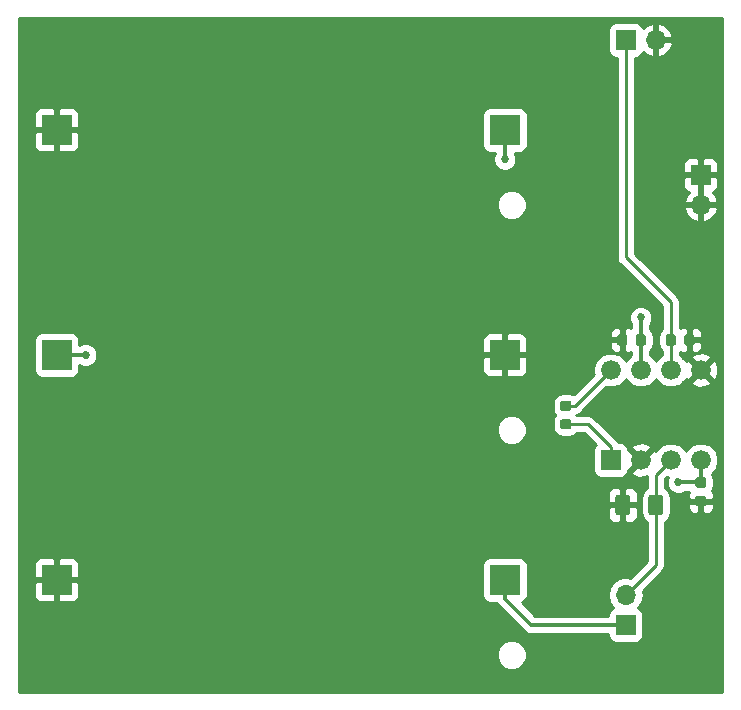
<source format=gbr>
G04 #@! TF.GenerationSoftware,KiCad,Pcbnew,5.0.0+dfsg1-2*
G04 #@! TF.CreationDate,2019-06-02T14:02:43-05:00*
G04 #@! TF.ProjectId,scope-current-shunt,73636F70652D63757272656E742D7368,rev?*
G04 #@! TF.SameCoordinates,Original*
G04 #@! TF.FileFunction,Copper,L1,Top,Signal*
G04 #@! TF.FilePolarity,Positive*
%FSLAX46Y46*%
G04 Gerber Fmt 4.6, Leading zero omitted, Abs format (unit mm)*
G04 Created by KiCad (PCBNEW 5.0.0+dfsg1-2) date Sun Jun  2 14:02:43 2019*
%MOMM*%
%LPD*%
G01*
G04 APERTURE LIST*
G04 #@! TA.AperFunction,Conductor*
%ADD10C,0.100000*%
G04 #@! TD*
G04 #@! TA.AperFunction,SMDPad,CuDef*
%ADD11C,0.875000*%
G04 #@! TD*
G04 #@! TA.AperFunction,ComponentPad*
%ADD12R,1.700000X1.700000*%
G04 #@! TD*
G04 #@! TA.AperFunction,ComponentPad*
%ADD13O,1.700000X1.700000*%
G04 #@! TD*
G04 #@! TA.AperFunction,SMDPad,CuDef*
%ADD14C,1.250000*%
G04 #@! TD*
G04 #@! TA.AperFunction,ComponentPad*
%ADD15R,1.676400X1.676400*%
G04 #@! TD*
G04 #@! TA.AperFunction,ComponentPad*
%ADD16C,1.676400*%
G04 #@! TD*
G04 #@! TA.AperFunction,ComponentPad*
%ADD17R,2.540000X2.540000*%
G04 #@! TD*
G04 #@! TA.AperFunction,ViaPad*
%ADD18C,0.685800*%
G04 #@! TD*
G04 #@! TA.AperFunction,Conductor*
%ADD19C,0.304800*%
G04 #@! TD*
G04 #@! TA.AperFunction,Conductor*
%ADD20C,0.254000*%
G04 #@! TD*
G04 APERTURE END LIST*
D10*
G04 #@! TO.N,V+*
G04 #@! TO.C,C1*
G36*
X156450191Y-122716053D02*
X156471426Y-122719203D01*
X156492250Y-122724419D01*
X156512462Y-122731651D01*
X156531868Y-122740830D01*
X156550281Y-122751866D01*
X156567524Y-122764654D01*
X156583430Y-122779070D01*
X156597846Y-122794976D01*
X156610634Y-122812219D01*
X156621670Y-122830632D01*
X156630849Y-122850038D01*
X156638081Y-122870250D01*
X156643297Y-122891074D01*
X156646447Y-122912309D01*
X156647500Y-122933750D01*
X156647500Y-123446250D01*
X156646447Y-123467691D01*
X156643297Y-123488926D01*
X156638081Y-123509750D01*
X156630849Y-123529962D01*
X156621670Y-123549368D01*
X156610634Y-123567781D01*
X156597846Y-123585024D01*
X156583430Y-123600930D01*
X156567524Y-123615346D01*
X156550281Y-123628134D01*
X156531868Y-123639170D01*
X156512462Y-123648349D01*
X156492250Y-123655581D01*
X156471426Y-123660797D01*
X156450191Y-123663947D01*
X156428750Y-123665000D01*
X155991250Y-123665000D01*
X155969809Y-123663947D01*
X155948574Y-123660797D01*
X155927750Y-123655581D01*
X155907538Y-123648349D01*
X155888132Y-123639170D01*
X155869719Y-123628134D01*
X155852476Y-123615346D01*
X155836570Y-123600930D01*
X155822154Y-123585024D01*
X155809366Y-123567781D01*
X155798330Y-123549368D01*
X155789151Y-123529962D01*
X155781919Y-123509750D01*
X155776703Y-123488926D01*
X155773553Y-123467691D01*
X155772500Y-123446250D01*
X155772500Y-122933750D01*
X155773553Y-122912309D01*
X155776703Y-122891074D01*
X155781919Y-122870250D01*
X155789151Y-122850038D01*
X155798330Y-122830632D01*
X155809366Y-122812219D01*
X155822154Y-122794976D01*
X155836570Y-122779070D01*
X155852476Y-122764654D01*
X155869719Y-122751866D01*
X155888132Y-122740830D01*
X155907538Y-122731651D01*
X155927750Y-122724419D01*
X155948574Y-122719203D01*
X155969809Y-122716053D01*
X155991250Y-122715000D01*
X156428750Y-122715000D01*
X156450191Y-122716053D01*
X156450191Y-122716053D01*
G37*
D11*
G04 #@! TD*
G04 #@! TO.P,C1,1*
G04 #@! TO.N,V+*
X156210000Y-123190000D03*
D10*
G04 #@! TO.N,GND*
G04 #@! TO.C,C1*
G36*
X154875191Y-122716053D02*
X154896426Y-122719203D01*
X154917250Y-122724419D01*
X154937462Y-122731651D01*
X154956868Y-122740830D01*
X154975281Y-122751866D01*
X154992524Y-122764654D01*
X155008430Y-122779070D01*
X155022846Y-122794976D01*
X155035634Y-122812219D01*
X155046670Y-122830632D01*
X155055849Y-122850038D01*
X155063081Y-122870250D01*
X155068297Y-122891074D01*
X155071447Y-122912309D01*
X155072500Y-122933750D01*
X155072500Y-123446250D01*
X155071447Y-123467691D01*
X155068297Y-123488926D01*
X155063081Y-123509750D01*
X155055849Y-123529962D01*
X155046670Y-123549368D01*
X155035634Y-123567781D01*
X155022846Y-123585024D01*
X155008430Y-123600930D01*
X154992524Y-123615346D01*
X154975281Y-123628134D01*
X154956868Y-123639170D01*
X154937462Y-123648349D01*
X154917250Y-123655581D01*
X154896426Y-123660797D01*
X154875191Y-123663947D01*
X154853750Y-123665000D01*
X154416250Y-123665000D01*
X154394809Y-123663947D01*
X154373574Y-123660797D01*
X154352750Y-123655581D01*
X154332538Y-123648349D01*
X154313132Y-123639170D01*
X154294719Y-123628134D01*
X154277476Y-123615346D01*
X154261570Y-123600930D01*
X154247154Y-123585024D01*
X154234366Y-123567781D01*
X154223330Y-123549368D01*
X154214151Y-123529962D01*
X154206919Y-123509750D01*
X154201703Y-123488926D01*
X154198553Y-123467691D01*
X154197500Y-123446250D01*
X154197500Y-122933750D01*
X154198553Y-122912309D01*
X154201703Y-122891074D01*
X154206919Y-122870250D01*
X154214151Y-122850038D01*
X154223330Y-122830632D01*
X154234366Y-122812219D01*
X154247154Y-122794976D01*
X154261570Y-122779070D01*
X154277476Y-122764654D01*
X154294719Y-122751866D01*
X154313132Y-122740830D01*
X154332538Y-122731651D01*
X154352750Y-122724419D01*
X154373574Y-122719203D01*
X154394809Y-122716053D01*
X154416250Y-122715000D01*
X154853750Y-122715000D01*
X154875191Y-122716053D01*
X154875191Y-122716053D01*
G37*
D11*
G04 #@! TD*
G04 #@! TO.P,C1,2*
G04 #@! TO.N,GND*
X154635000Y-123190000D03*
D10*
G04 #@! TO.N,GND*
G04 #@! TO.C,C2*
G36*
X161567691Y-136393553D02*
X161588926Y-136396703D01*
X161609750Y-136401919D01*
X161629962Y-136409151D01*
X161649368Y-136418330D01*
X161667781Y-136429366D01*
X161685024Y-136442154D01*
X161700930Y-136456570D01*
X161715346Y-136472476D01*
X161728134Y-136489719D01*
X161739170Y-136508132D01*
X161748349Y-136527538D01*
X161755581Y-136547750D01*
X161760797Y-136568574D01*
X161763947Y-136589809D01*
X161765000Y-136611250D01*
X161765000Y-137048750D01*
X161763947Y-137070191D01*
X161760797Y-137091426D01*
X161755581Y-137112250D01*
X161748349Y-137132462D01*
X161739170Y-137151868D01*
X161728134Y-137170281D01*
X161715346Y-137187524D01*
X161700930Y-137203430D01*
X161685024Y-137217846D01*
X161667781Y-137230634D01*
X161649368Y-137241670D01*
X161629962Y-137250849D01*
X161609750Y-137258081D01*
X161588926Y-137263297D01*
X161567691Y-137266447D01*
X161546250Y-137267500D01*
X161033750Y-137267500D01*
X161012309Y-137266447D01*
X160991074Y-137263297D01*
X160970250Y-137258081D01*
X160950038Y-137250849D01*
X160930632Y-137241670D01*
X160912219Y-137230634D01*
X160894976Y-137217846D01*
X160879070Y-137203430D01*
X160864654Y-137187524D01*
X160851866Y-137170281D01*
X160840830Y-137151868D01*
X160831651Y-137132462D01*
X160824419Y-137112250D01*
X160819203Y-137091426D01*
X160816053Y-137070191D01*
X160815000Y-137048750D01*
X160815000Y-136611250D01*
X160816053Y-136589809D01*
X160819203Y-136568574D01*
X160824419Y-136547750D01*
X160831651Y-136527538D01*
X160840830Y-136508132D01*
X160851866Y-136489719D01*
X160864654Y-136472476D01*
X160879070Y-136456570D01*
X160894976Y-136442154D01*
X160912219Y-136429366D01*
X160930632Y-136418330D01*
X160950038Y-136409151D01*
X160970250Y-136401919D01*
X160991074Y-136396703D01*
X161012309Y-136393553D01*
X161033750Y-136392500D01*
X161546250Y-136392500D01*
X161567691Y-136393553D01*
X161567691Y-136393553D01*
G37*
D11*
G04 #@! TD*
G04 #@! TO.P,C2,2*
G04 #@! TO.N,GND*
X161290000Y-136830000D03*
D10*
G04 #@! TO.N,V-*
G04 #@! TO.C,C2*
G36*
X161567691Y-134818553D02*
X161588926Y-134821703D01*
X161609750Y-134826919D01*
X161629962Y-134834151D01*
X161649368Y-134843330D01*
X161667781Y-134854366D01*
X161685024Y-134867154D01*
X161700930Y-134881570D01*
X161715346Y-134897476D01*
X161728134Y-134914719D01*
X161739170Y-134933132D01*
X161748349Y-134952538D01*
X161755581Y-134972750D01*
X161760797Y-134993574D01*
X161763947Y-135014809D01*
X161765000Y-135036250D01*
X161765000Y-135473750D01*
X161763947Y-135495191D01*
X161760797Y-135516426D01*
X161755581Y-135537250D01*
X161748349Y-135557462D01*
X161739170Y-135576868D01*
X161728134Y-135595281D01*
X161715346Y-135612524D01*
X161700930Y-135628430D01*
X161685024Y-135642846D01*
X161667781Y-135655634D01*
X161649368Y-135666670D01*
X161629962Y-135675849D01*
X161609750Y-135683081D01*
X161588926Y-135688297D01*
X161567691Y-135691447D01*
X161546250Y-135692500D01*
X161033750Y-135692500D01*
X161012309Y-135691447D01*
X160991074Y-135688297D01*
X160970250Y-135683081D01*
X160950038Y-135675849D01*
X160930632Y-135666670D01*
X160912219Y-135655634D01*
X160894976Y-135642846D01*
X160879070Y-135628430D01*
X160864654Y-135612524D01*
X160851866Y-135595281D01*
X160840830Y-135576868D01*
X160831651Y-135557462D01*
X160824419Y-135537250D01*
X160819203Y-135516426D01*
X160816053Y-135495191D01*
X160815000Y-135473750D01*
X160815000Y-135036250D01*
X160816053Y-135014809D01*
X160819203Y-134993574D01*
X160824419Y-134972750D01*
X160831651Y-134952538D01*
X160840830Y-134933132D01*
X160851866Y-134914719D01*
X160864654Y-134897476D01*
X160879070Y-134881570D01*
X160894976Y-134867154D01*
X160912219Y-134854366D01*
X160930632Y-134843330D01*
X160950038Y-134834151D01*
X160970250Y-134826919D01*
X160991074Y-134821703D01*
X161012309Y-134818553D01*
X161033750Y-134817500D01*
X161546250Y-134817500D01*
X161567691Y-134818553D01*
X161567691Y-134818553D01*
G37*
D11*
G04 #@! TD*
G04 #@! TO.P,C2,1*
G04 #@! TO.N,V-*
X161290000Y-135255000D03*
D12*
G04 #@! TO.P,J1,1*
G04 #@! TO.N,VDD*
X154940000Y-147320000D03*
D13*
G04 #@! TO.P,J1,2*
G04 #@! TO.N,N$3*
X154940000Y-144780000D03*
G04 #@! TD*
G04 #@! TO.P,J2,2*
G04 #@! TO.N,GND*
X157480000Y-97790000D03*
D12*
G04 #@! TO.P,J2,1*
G04 #@! TO.N,Vo*
X154940000Y-97790000D03*
G04 #@! TD*
D10*
G04 #@! TO.N,N$3*
G04 #@! TO.C,R1*
G36*
X157879504Y-136286204D02*
X157903773Y-136289804D01*
X157927571Y-136295765D01*
X157950671Y-136304030D01*
X157972849Y-136314520D01*
X157993893Y-136327133D01*
X158013598Y-136341747D01*
X158031777Y-136358223D01*
X158048253Y-136376402D01*
X158062867Y-136396107D01*
X158075480Y-136417151D01*
X158085970Y-136439329D01*
X158094235Y-136462429D01*
X158100196Y-136486227D01*
X158103796Y-136510496D01*
X158105000Y-136535000D01*
X158105000Y-137785000D01*
X158103796Y-137809504D01*
X158100196Y-137833773D01*
X158094235Y-137857571D01*
X158085970Y-137880671D01*
X158075480Y-137902849D01*
X158062867Y-137923893D01*
X158048253Y-137943598D01*
X158031777Y-137961777D01*
X158013598Y-137978253D01*
X157993893Y-137992867D01*
X157972849Y-138005480D01*
X157950671Y-138015970D01*
X157927571Y-138024235D01*
X157903773Y-138030196D01*
X157879504Y-138033796D01*
X157855000Y-138035000D01*
X157105000Y-138035000D01*
X157080496Y-138033796D01*
X157056227Y-138030196D01*
X157032429Y-138024235D01*
X157009329Y-138015970D01*
X156987151Y-138005480D01*
X156966107Y-137992867D01*
X156946402Y-137978253D01*
X156928223Y-137961777D01*
X156911747Y-137943598D01*
X156897133Y-137923893D01*
X156884520Y-137902849D01*
X156874030Y-137880671D01*
X156865765Y-137857571D01*
X156859804Y-137833773D01*
X156856204Y-137809504D01*
X156855000Y-137785000D01*
X156855000Y-136535000D01*
X156856204Y-136510496D01*
X156859804Y-136486227D01*
X156865765Y-136462429D01*
X156874030Y-136439329D01*
X156884520Y-136417151D01*
X156897133Y-136396107D01*
X156911747Y-136376402D01*
X156928223Y-136358223D01*
X156946402Y-136341747D01*
X156966107Y-136327133D01*
X156987151Y-136314520D01*
X157009329Y-136304030D01*
X157032429Y-136295765D01*
X157056227Y-136289804D01*
X157080496Y-136286204D01*
X157105000Y-136285000D01*
X157855000Y-136285000D01*
X157879504Y-136286204D01*
X157879504Y-136286204D01*
G37*
D14*
G04 #@! TD*
G04 #@! TO.P,R1,1*
G04 #@! TO.N,N$3*
X157480000Y-137160000D03*
D10*
G04 #@! TO.N,GND*
G04 #@! TO.C,R1*
G36*
X155079504Y-136286204D02*
X155103773Y-136289804D01*
X155127571Y-136295765D01*
X155150671Y-136304030D01*
X155172849Y-136314520D01*
X155193893Y-136327133D01*
X155213598Y-136341747D01*
X155231777Y-136358223D01*
X155248253Y-136376402D01*
X155262867Y-136396107D01*
X155275480Y-136417151D01*
X155285970Y-136439329D01*
X155294235Y-136462429D01*
X155300196Y-136486227D01*
X155303796Y-136510496D01*
X155305000Y-136535000D01*
X155305000Y-137785000D01*
X155303796Y-137809504D01*
X155300196Y-137833773D01*
X155294235Y-137857571D01*
X155285970Y-137880671D01*
X155275480Y-137902849D01*
X155262867Y-137923893D01*
X155248253Y-137943598D01*
X155231777Y-137961777D01*
X155213598Y-137978253D01*
X155193893Y-137992867D01*
X155172849Y-138005480D01*
X155150671Y-138015970D01*
X155127571Y-138024235D01*
X155103773Y-138030196D01*
X155079504Y-138033796D01*
X155055000Y-138035000D01*
X154305000Y-138035000D01*
X154280496Y-138033796D01*
X154256227Y-138030196D01*
X154232429Y-138024235D01*
X154209329Y-138015970D01*
X154187151Y-138005480D01*
X154166107Y-137992867D01*
X154146402Y-137978253D01*
X154128223Y-137961777D01*
X154111747Y-137943598D01*
X154097133Y-137923893D01*
X154084520Y-137902849D01*
X154074030Y-137880671D01*
X154065765Y-137857571D01*
X154059804Y-137833773D01*
X154056204Y-137809504D01*
X154055000Y-137785000D01*
X154055000Y-136535000D01*
X154056204Y-136510496D01*
X154059804Y-136486227D01*
X154065765Y-136462429D01*
X154074030Y-136439329D01*
X154084520Y-136417151D01*
X154097133Y-136396107D01*
X154111747Y-136376402D01*
X154128223Y-136358223D01*
X154146402Y-136341747D01*
X154166107Y-136327133D01*
X154187151Y-136314520D01*
X154209329Y-136304030D01*
X154232429Y-136295765D01*
X154256227Y-136289804D01*
X154280496Y-136286204D01*
X154305000Y-136285000D01*
X155055000Y-136285000D01*
X155079504Y-136286204D01*
X155079504Y-136286204D01*
G37*
D14*
G04 #@! TD*
G04 #@! TO.P,R1,2*
G04 #@! TO.N,GND*
X154680000Y-137160000D03*
D10*
G04 #@! TO.N,Vo*
G04 #@! TO.C,R2*
G36*
X158990191Y-122716053D02*
X159011426Y-122719203D01*
X159032250Y-122724419D01*
X159052462Y-122731651D01*
X159071868Y-122740830D01*
X159090281Y-122751866D01*
X159107524Y-122764654D01*
X159123430Y-122779070D01*
X159137846Y-122794976D01*
X159150634Y-122812219D01*
X159161670Y-122830632D01*
X159170849Y-122850038D01*
X159178081Y-122870250D01*
X159183297Y-122891074D01*
X159186447Y-122912309D01*
X159187500Y-122933750D01*
X159187500Y-123446250D01*
X159186447Y-123467691D01*
X159183297Y-123488926D01*
X159178081Y-123509750D01*
X159170849Y-123529962D01*
X159161670Y-123549368D01*
X159150634Y-123567781D01*
X159137846Y-123585024D01*
X159123430Y-123600930D01*
X159107524Y-123615346D01*
X159090281Y-123628134D01*
X159071868Y-123639170D01*
X159052462Y-123648349D01*
X159032250Y-123655581D01*
X159011426Y-123660797D01*
X158990191Y-123663947D01*
X158968750Y-123665000D01*
X158531250Y-123665000D01*
X158509809Y-123663947D01*
X158488574Y-123660797D01*
X158467750Y-123655581D01*
X158447538Y-123648349D01*
X158428132Y-123639170D01*
X158409719Y-123628134D01*
X158392476Y-123615346D01*
X158376570Y-123600930D01*
X158362154Y-123585024D01*
X158349366Y-123567781D01*
X158338330Y-123549368D01*
X158329151Y-123529962D01*
X158321919Y-123509750D01*
X158316703Y-123488926D01*
X158313553Y-123467691D01*
X158312500Y-123446250D01*
X158312500Y-122933750D01*
X158313553Y-122912309D01*
X158316703Y-122891074D01*
X158321919Y-122870250D01*
X158329151Y-122850038D01*
X158338330Y-122830632D01*
X158349366Y-122812219D01*
X158362154Y-122794976D01*
X158376570Y-122779070D01*
X158392476Y-122764654D01*
X158409719Y-122751866D01*
X158428132Y-122740830D01*
X158447538Y-122731651D01*
X158467750Y-122724419D01*
X158488574Y-122719203D01*
X158509809Y-122716053D01*
X158531250Y-122715000D01*
X158968750Y-122715000D01*
X158990191Y-122716053D01*
X158990191Y-122716053D01*
G37*
D11*
G04 #@! TD*
G04 #@! TO.P,R2,1*
G04 #@! TO.N,Vo*
X158750000Y-123190000D03*
D10*
G04 #@! TO.N,GND*
G04 #@! TO.C,R2*
G36*
X160565191Y-122716053D02*
X160586426Y-122719203D01*
X160607250Y-122724419D01*
X160627462Y-122731651D01*
X160646868Y-122740830D01*
X160665281Y-122751866D01*
X160682524Y-122764654D01*
X160698430Y-122779070D01*
X160712846Y-122794976D01*
X160725634Y-122812219D01*
X160736670Y-122830632D01*
X160745849Y-122850038D01*
X160753081Y-122870250D01*
X160758297Y-122891074D01*
X160761447Y-122912309D01*
X160762500Y-122933750D01*
X160762500Y-123446250D01*
X160761447Y-123467691D01*
X160758297Y-123488926D01*
X160753081Y-123509750D01*
X160745849Y-123529962D01*
X160736670Y-123549368D01*
X160725634Y-123567781D01*
X160712846Y-123585024D01*
X160698430Y-123600930D01*
X160682524Y-123615346D01*
X160665281Y-123628134D01*
X160646868Y-123639170D01*
X160627462Y-123648349D01*
X160607250Y-123655581D01*
X160586426Y-123660797D01*
X160565191Y-123663947D01*
X160543750Y-123665000D01*
X160106250Y-123665000D01*
X160084809Y-123663947D01*
X160063574Y-123660797D01*
X160042750Y-123655581D01*
X160022538Y-123648349D01*
X160003132Y-123639170D01*
X159984719Y-123628134D01*
X159967476Y-123615346D01*
X159951570Y-123600930D01*
X159937154Y-123585024D01*
X159924366Y-123567781D01*
X159913330Y-123549368D01*
X159904151Y-123529962D01*
X159896919Y-123509750D01*
X159891703Y-123488926D01*
X159888553Y-123467691D01*
X159887500Y-123446250D01*
X159887500Y-122933750D01*
X159888553Y-122912309D01*
X159891703Y-122891074D01*
X159896919Y-122870250D01*
X159904151Y-122850038D01*
X159913330Y-122830632D01*
X159924366Y-122812219D01*
X159937154Y-122794976D01*
X159951570Y-122779070D01*
X159967476Y-122764654D01*
X159984719Y-122751866D01*
X160003132Y-122740830D01*
X160022538Y-122731651D01*
X160042750Y-122724419D01*
X160063574Y-122719203D01*
X160084809Y-122716053D01*
X160106250Y-122715000D01*
X160543750Y-122715000D01*
X160565191Y-122716053D01*
X160565191Y-122716053D01*
G37*
D11*
G04 #@! TD*
G04 #@! TO.P,R2,2*
G04 #@! TO.N,GND*
X160325000Y-123190000D03*
D10*
G04 #@! TO.N,N$2*
G04 #@! TO.C,R3*
G36*
X150137691Y-129891053D02*
X150158926Y-129894203D01*
X150179750Y-129899419D01*
X150199962Y-129906651D01*
X150219368Y-129915830D01*
X150237781Y-129926866D01*
X150255024Y-129939654D01*
X150270930Y-129954070D01*
X150285346Y-129969976D01*
X150298134Y-129987219D01*
X150309170Y-130005632D01*
X150318349Y-130025038D01*
X150325581Y-130045250D01*
X150330797Y-130066074D01*
X150333947Y-130087309D01*
X150335000Y-130108750D01*
X150335000Y-130546250D01*
X150333947Y-130567691D01*
X150330797Y-130588926D01*
X150325581Y-130609750D01*
X150318349Y-130629962D01*
X150309170Y-130649368D01*
X150298134Y-130667781D01*
X150285346Y-130685024D01*
X150270930Y-130700930D01*
X150255024Y-130715346D01*
X150237781Y-130728134D01*
X150219368Y-130739170D01*
X150199962Y-130748349D01*
X150179750Y-130755581D01*
X150158926Y-130760797D01*
X150137691Y-130763947D01*
X150116250Y-130765000D01*
X149603750Y-130765000D01*
X149582309Y-130763947D01*
X149561074Y-130760797D01*
X149540250Y-130755581D01*
X149520038Y-130748349D01*
X149500632Y-130739170D01*
X149482219Y-130728134D01*
X149464976Y-130715346D01*
X149449070Y-130700930D01*
X149434654Y-130685024D01*
X149421866Y-130667781D01*
X149410830Y-130649368D01*
X149401651Y-130629962D01*
X149394419Y-130609750D01*
X149389203Y-130588926D01*
X149386053Y-130567691D01*
X149385000Y-130546250D01*
X149385000Y-130108750D01*
X149386053Y-130087309D01*
X149389203Y-130066074D01*
X149394419Y-130045250D01*
X149401651Y-130025038D01*
X149410830Y-130005632D01*
X149421866Y-129987219D01*
X149434654Y-129969976D01*
X149449070Y-129954070D01*
X149464976Y-129939654D01*
X149482219Y-129926866D01*
X149500632Y-129915830D01*
X149520038Y-129906651D01*
X149540250Y-129899419D01*
X149561074Y-129894203D01*
X149582309Y-129891053D01*
X149603750Y-129890000D01*
X150116250Y-129890000D01*
X150137691Y-129891053D01*
X150137691Y-129891053D01*
G37*
D11*
G04 #@! TD*
G04 #@! TO.P,R3,2*
G04 #@! TO.N,N$2*
X149860000Y-130327500D03*
D10*
G04 #@! TO.N,N$1*
G04 #@! TO.C,R3*
G36*
X150137691Y-128316053D02*
X150158926Y-128319203D01*
X150179750Y-128324419D01*
X150199962Y-128331651D01*
X150219368Y-128340830D01*
X150237781Y-128351866D01*
X150255024Y-128364654D01*
X150270930Y-128379070D01*
X150285346Y-128394976D01*
X150298134Y-128412219D01*
X150309170Y-128430632D01*
X150318349Y-128450038D01*
X150325581Y-128470250D01*
X150330797Y-128491074D01*
X150333947Y-128512309D01*
X150335000Y-128533750D01*
X150335000Y-128971250D01*
X150333947Y-128992691D01*
X150330797Y-129013926D01*
X150325581Y-129034750D01*
X150318349Y-129054962D01*
X150309170Y-129074368D01*
X150298134Y-129092781D01*
X150285346Y-129110024D01*
X150270930Y-129125930D01*
X150255024Y-129140346D01*
X150237781Y-129153134D01*
X150219368Y-129164170D01*
X150199962Y-129173349D01*
X150179750Y-129180581D01*
X150158926Y-129185797D01*
X150137691Y-129188947D01*
X150116250Y-129190000D01*
X149603750Y-129190000D01*
X149582309Y-129188947D01*
X149561074Y-129185797D01*
X149540250Y-129180581D01*
X149520038Y-129173349D01*
X149500632Y-129164170D01*
X149482219Y-129153134D01*
X149464976Y-129140346D01*
X149449070Y-129125930D01*
X149434654Y-129110024D01*
X149421866Y-129092781D01*
X149410830Y-129074368D01*
X149401651Y-129054962D01*
X149394419Y-129034750D01*
X149389203Y-129013926D01*
X149386053Y-128992691D01*
X149385000Y-128971250D01*
X149385000Y-128533750D01*
X149386053Y-128512309D01*
X149389203Y-128491074D01*
X149394419Y-128470250D01*
X149401651Y-128450038D01*
X149410830Y-128430632D01*
X149421866Y-128412219D01*
X149434654Y-128394976D01*
X149449070Y-128379070D01*
X149464976Y-128364654D01*
X149482219Y-128351866D01*
X149500632Y-128340830D01*
X149520038Y-128331651D01*
X149540250Y-128324419D01*
X149561074Y-128319203D01*
X149582309Y-128316053D01*
X149603750Y-128315000D01*
X150116250Y-128315000D01*
X150137691Y-128316053D01*
X150137691Y-128316053D01*
G37*
D11*
G04 #@! TD*
G04 #@! TO.P,R3,1*
G04 #@! TO.N,N$1*
X149860000Y-128752500D03*
D15*
G04 #@! TO.P,U1,1*
G04 #@! TO.N,N$2*
X153670000Y-133350000D03*
D16*
G04 #@! TO.P,U1,2*
G04 #@! TO.N,GND*
X156210000Y-133350000D03*
G04 #@! TO.P,U1,3*
G04 #@! TO.N,N$3*
X158750000Y-133350000D03*
G04 #@! TO.P,U1,4*
G04 #@! TO.N,V-*
X161290000Y-133350000D03*
G04 #@! TO.P,U1,5*
G04 #@! TO.N,GND*
X161290000Y-125730000D03*
G04 #@! TO.P,U1,6*
G04 #@! TO.N,Vo*
X158750000Y-125730000D03*
G04 #@! TO.P,U1,7*
G04 #@! TO.N,V+*
X156210000Y-125730000D03*
G04 #@! TO.P,U1,8*
G04 #@! TO.N,N$1*
X153670000Y-125730000D03*
G04 #@! TD*
D17*
G04 #@! TO.P,U2,-*
G04 #@! TO.N,V-*
X106756200Y-124460000D03*
G04 #@! TO.P,U2,+*
G04 #@! TO.N,GND*
X144703800Y-124460000D03*
G04 #@! TD*
G04 #@! TO.P,U3,+*
G04 #@! TO.N,V+*
X144703800Y-105410000D03*
G04 #@! TO.P,U3,-*
G04 #@! TO.N,GND*
X106756200Y-105410000D03*
G04 #@! TD*
G04 #@! TO.P,U4,-*
G04 #@! TO.N,GND*
X106756200Y-143510000D03*
G04 #@! TO.P,U4,+*
G04 #@! TO.N,VDD*
X144703800Y-143510000D03*
G04 #@! TD*
D12*
G04 #@! TO.P,J3,1*
G04 #@! TO.N,GND*
X161290000Y-109220000D03*
D13*
G04 #@! TO.P,J3,2*
X161290000Y-111760000D03*
G04 #@! TD*
D18*
G04 #@! TO.N,V+*
X156210000Y-121285000D03*
X144703800Y-107873800D03*
G04 #@! TO.N,V-*
X159385000Y-135255000D03*
X109220000Y-124460000D03*
G04 #@! TD*
D19*
G04 #@! TO.N,V+*
X156210000Y-125730000D02*
X156210000Y-123190000D01*
X156210000Y-123190000D02*
X156210000Y-121285000D01*
X156210000Y-121285000D02*
X156210000Y-121285000D01*
X144703800Y-105410000D02*
X144703800Y-107873800D01*
X144703800Y-107873800D02*
X144703800Y-107873800D01*
G04 #@! TO.N,V-*
X161290000Y-133350000D02*
X161290000Y-135255000D01*
X161290000Y-135255000D02*
X159385000Y-135255000D01*
X159385000Y-135255000D02*
X159385000Y-135255000D01*
X106756200Y-124460000D02*
X109220000Y-124460000D01*
X109220000Y-124460000D02*
X109220000Y-124460000D01*
G04 #@! TO.N,VDD*
X153785200Y-147320000D02*
X154940000Y-147320000D01*
X146939000Y-147320000D02*
X153785200Y-147320000D01*
X144703800Y-145084800D02*
X146939000Y-147320000D01*
X144703800Y-143510000D02*
X144703800Y-145084800D01*
D20*
G04 #@! TO.N,N$3*
X157480000Y-134620000D02*
X157480000Y-137160000D01*
X158750000Y-133350000D02*
X157480000Y-134620000D01*
X157480000Y-142240000D02*
X157480000Y-137160000D01*
X154940000Y-144780000D02*
X157480000Y-142240000D01*
G04 #@! TO.N,Vo*
X158750000Y-125730000D02*
X158750000Y-123190000D01*
X158750000Y-123190000D02*
X158750000Y-120015000D01*
X154940000Y-116205000D02*
X154940000Y-97790000D01*
X158750000Y-120015000D02*
X154940000Y-116205000D01*
G04 #@! TO.N,N$2*
X151739700Y-130327500D02*
X149860000Y-130327500D01*
X153670000Y-132257800D02*
X151739700Y-130327500D01*
X153670000Y-133350000D02*
X153670000Y-132257800D01*
G04 #@! TO.N,N$1*
X150647500Y-128752500D02*
X149860000Y-128752500D01*
X153670000Y-125730000D02*
X150647500Y-128752500D01*
G04 #@! TD*
G04 #@! TO.N,GND*
G36*
X163120001Y-152960000D02*
X103580000Y-152960000D01*
X103580000Y-149607381D01*
X144018000Y-149607381D01*
X144018000Y-150112619D01*
X144211346Y-150579397D01*
X144568603Y-150936654D01*
X145035381Y-151130000D01*
X145540619Y-151130000D01*
X146007397Y-150936654D01*
X146364654Y-150579397D01*
X146558000Y-150112619D01*
X146558000Y-149607381D01*
X146364654Y-149140603D01*
X146007397Y-148783346D01*
X145540619Y-148590000D01*
X145035381Y-148590000D01*
X144568603Y-148783346D01*
X144211346Y-149140603D01*
X144018000Y-149607381D01*
X103580000Y-149607381D01*
X103580000Y-143795750D01*
X104851200Y-143795750D01*
X104851200Y-144906310D01*
X104947873Y-145139699D01*
X105126502Y-145318327D01*
X105359891Y-145415000D01*
X106470450Y-145415000D01*
X106629200Y-145256250D01*
X106629200Y-143637000D01*
X106883200Y-143637000D01*
X106883200Y-145256250D01*
X107041950Y-145415000D01*
X108152509Y-145415000D01*
X108385898Y-145318327D01*
X108564527Y-145139699D01*
X108661200Y-144906310D01*
X108661200Y-143795750D01*
X108502450Y-143637000D01*
X106883200Y-143637000D01*
X106629200Y-143637000D01*
X105009950Y-143637000D01*
X104851200Y-143795750D01*
X103580000Y-143795750D01*
X103580000Y-142113690D01*
X104851200Y-142113690D01*
X104851200Y-143224250D01*
X105009950Y-143383000D01*
X106629200Y-143383000D01*
X106629200Y-141763750D01*
X106883200Y-141763750D01*
X106883200Y-143383000D01*
X108502450Y-143383000D01*
X108661200Y-143224250D01*
X108661200Y-142240000D01*
X142786360Y-142240000D01*
X142786360Y-144780000D01*
X142835643Y-145027765D01*
X142975991Y-145237809D01*
X143186035Y-145378157D01*
X143433800Y-145427440D01*
X143985748Y-145427440D01*
X144136117Y-145652484D01*
X144201863Y-145696414D01*
X146327386Y-147821938D01*
X146371316Y-147887684D01*
X146631772Y-148061715D01*
X146861448Y-148107400D01*
X146938999Y-148122826D01*
X147016550Y-148107400D01*
X153442560Y-148107400D01*
X153442560Y-148170000D01*
X153491843Y-148417765D01*
X153632191Y-148627809D01*
X153842235Y-148768157D01*
X154090000Y-148817440D01*
X155790000Y-148817440D01*
X156037765Y-148768157D01*
X156247809Y-148627809D01*
X156388157Y-148417765D01*
X156437440Y-148170000D01*
X156437440Y-146470000D01*
X156388157Y-146222235D01*
X156247809Y-146012191D01*
X156037765Y-145871843D01*
X155992381Y-145862816D01*
X156010625Y-145850625D01*
X156338839Y-145359418D01*
X156454092Y-144780000D01*
X156381679Y-144415951D01*
X157965747Y-142831883D01*
X158029371Y-142789371D01*
X158197788Y-142537317D01*
X158242000Y-142315048D01*
X158242000Y-142315044D01*
X158256927Y-142240001D01*
X158242000Y-142164958D01*
X158242000Y-138585017D01*
X158489586Y-138419586D01*
X158684126Y-138128435D01*
X158752440Y-137785000D01*
X158752440Y-137115750D01*
X160180000Y-137115750D01*
X160180000Y-137393809D01*
X160276673Y-137627198D01*
X160455301Y-137805827D01*
X160688690Y-137902500D01*
X161004250Y-137902500D01*
X161163000Y-137743750D01*
X161163000Y-136957000D01*
X161417000Y-136957000D01*
X161417000Y-137743750D01*
X161575750Y-137902500D01*
X161891310Y-137902500D01*
X162124699Y-137805827D01*
X162303327Y-137627198D01*
X162400000Y-137393809D01*
X162400000Y-137115750D01*
X162241250Y-136957000D01*
X161417000Y-136957000D01*
X161163000Y-136957000D01*
X160338750Y-136957000D01*
X160180000Y-137115750D01*
X158752440Y-137115750D01*
X158752440Y-136535000D01*
X158684126Y-136191565D01*
X158489586Y-135900414D01*
X158242000Y-135734983D01*
X158242000Y-134935630D01*
X158384461Y-134793169D01*
X158456962Y-134823200D01*
X158505386Y-134823200D01*
X158407100Y-135060484D01*
X158407100Y-135449516D01*
X158555977Y-135808936D01*
X158831064Y-136084023D01*
X159190484Y-136232900D01*
X159579516Y-136232900D01*
X159938936Y-136084023D01*
X159980559Y-136042400D01*
X160272697Y-136042400D01*
X160180000Y-136266191D01*
X160180000Y-136544250D01*
X160338750Y-136703000D01*
X161163000Y-136703000D01*
X161163000Y-136683000D01*
X161417000Y-136683000D01*
X161417000Y-136703000D01*
X162241250Y-136703000D01*
X162400000Y-136544250D01*
X162400000Y-136266191D01*
X162303327Y-136032802D01*
X162238057Y-135967531D01*
X162346505Y-135805227D01*
X162412440Y-135473750D01*
X162412440Y-135036250D01*
X162346505Y-134704773D01*
X162215184Y-134508236D01*
X162538919Y-134184501D01*
X162763200Y-133643038D01*
X162763200Y-133056962D01*
X162538919Y-132515499D01*
X162124501Y-132101081D01*
X161583038Y-131876800D01*
X160996962Y-131876800D01*
X160455499Y-132101081D01*
X160041081Y-132515499D01*
X160020000Y-132566393D01*
X159998919Y-132515499D01*
X159584501Y-132101081D01*
X159043038Y-131876800D01*
X158456962Y-131876800D01*
X157915499Y-132101081D01*
X157501081Y-132515499D01*
X157479362Y-132567933D01*
X157245413Y-132494192D01*
X156389605Y-133350000D01*
X156403748Y-133364143D01*
X156224143Y-133543748D01*
X156210000Y-133529605D01*
X155354192Y-134385413D01*
X155433017Y-134635490D01*
X155984097Y-134834977D01*
X156569569Y-134808389D01*
X156718000Y-134746907D01*
X156718000Y-135734983D01*
X156470414Y-135900414D01*
X156275874Y-136191565D01*
X156207560Y-136535000D01*
X156207560Y-137785000D01*
X156275874Y-138128435D01*
X156470414Y-138419586D01*
X156718001Y-138585017D01*
X156718000Y-141924370D01*
X155304049Y-143338321D01*
X155086256Y-143295000D01*
X154793744Y-143295000D01*
X154360582Y-143381161D01*
X153869375Y-143709375D01*
X153541161Y-144200582D01*
X153425908Y-144780000D01*
X153541161Y-145359418D01*
X153869375Y-145850625D01*
X153887619Y-145862816D01*
X153842235Y-145871843D01*
X153632191Y-146012191D01*
X153491843Y-146222235D01*
X153442560Y-146470000D01*
X153442560Y-146532600D01*
X147265152Y-146532600D01*
X146129101Y-145396549D01*
X146221565Y-145378157D01*
X146431609Y-145237809D01*
X146571957Y-145027765D01*
X146621240Y-144780000D01*
X146621240Y-142240000D01*
X146571957Y-141992235D01*
X146431609Y-141782191D01*
X146221565Y-141641843D01*
X145973800Y-141592560D01*
X143433800Y-141592560D01*
X143186035Y-141641843D01*
X142975991Y-141782191D01*
X142835643Y-141992235D01*
X142786360Y-142240000D01*
X108661200Y-142240000D01*
X108661200Y-142113690D01*
X108564527Y-141880301D01*
X108385898Y-141701673D01*
X108152509Y-141605000D01*
X107041950Y-141605000D01*
X106883200Y-141763750D01*
X106629200Y-141763750D01*
X106470450Y-141605000D01*
X105359891Y-141605000D01*
X105126502Y-141701673D01*
X104947873Y-141880301D01*
X104851200Y-142113690D01*
X103580000Y-142113690D01*
X103580000Y-137445750D01*
X153420000Y-137445750D01*
X153420000Y-138161310D01*
X153516673Y-138394699D01*
X153695302Y-138573327D01*
X153928691Y-138670000D01*
X154394250Y-138670000D01*
X154553000Y-138511250D01*
X154553000Y-137287000D01*
X154807000Y-137287000D01*
X154807000Y-138511250D01*
X154965750Y-138670000D01*
X155431309Y-138670000D01*
X155664698Y-138573327D01*
X155843327Y-138394699D01*
X155940000Y-138161310D01*
X155940000Y-137445750D01*
X155781250Y-137287000D01*
X154807000Y-137287000D01*
X154553000Y-137287000D01*
X153578750Y-137287000D01*
X153420000Y-137445750D01*
X103580000Y-137445750D01*
X103580000Y-136158690D01*
X153420000Y-136158690D01*
X153420000Y-136874250D01*
X153578750Y-137033000D01*
X154553000Y-137033000D01*
X154553000Y-135808750D01*
X154807000Y-135808750D01*
X154807000Y-137033000D01*
X155781250Y-137033000D01*
X155940000Y-136874250D01*
X155940000Y-136158690D01*
X155843327Y-135925301D01*
X155664698Y-135746673D01*
X155431309Y-135650000D01*
X154965750Y-135650000D01*
X154807000Y-135808750D01*
X154553000Y-135808750D01*
X154394250Y-135650000D01*
X153928691Y-135650000D01*
X153695302Y-135746673D01*
X153516673Y-135925301D01*
X153420000Y-136158690D01*
X103580000Y-136158690D01*
X103580000Y-130557381D01*
X144018000Y-130557381D01*
X144018000Y-131062619D01*
X144211346Y-131529397D01*
X144568603Y-131886654D01*
X145035381Y-132080000D01*
X145540619Y-132080000D01*
X146007397Y-131886654D01*
X146364654Y-131529397D01*
X146558000Y-131062619D01*
X146558000Y-130557381D01*
X146364654Y-130090603D01*
X146007397Y-129733346D01*
X145540619Y-129540000D01*
X145035381Y-129540000D01*
X144568603Y-129733346D01*
X144211346Y-130090603D01*
X144018000Y-130557381D01*
X103580000Y-130557381D01*
X103580000Y-128533750D01*
X148737560Y-128533750D01*
X148737560Y-128971250D01*
X148803495Y-129302727D01*
X148962036Y-129540000D01*
X148803495Y-129777273D01*
X148737560Y-130108750D01*
X148737560Y-130546250D01*
X148803495Y-130877727D01*
X148991261Y-131158739D01*
X149272273Y-131346505D01*
X149603750Y-131412440D01*
X150116250Y-131412440D01*
X150447727Y-131346505D01*
X150728739Y-131158739D01*
X150775003Y-131089500D01*
X151424070Y-131089500D01*
X152382725Y-132048155D01*
X152373991Y-132053991D01*
X152233643Y-132264035D01*
X152184360Y-132511800D01*
X152184360Y-134188200D01*
X152233643Y-134435965D01*
X152373991Y-134646009D01*
X152584035Y-134786357D01*
X152831800Y-134835640D01*
X154508200Y-134835640D01*
X154755965Y-134786357D01*
X154966009Y-134646009D01*
X155106357Y-134435965D01*
X155153462Y-134199149D01*
X155174587Y-134205808D01*
X156030395Y-133350000D01*
X155174587Y-132494192D01*
X155153462Y-132500851D01*
X155116413Y-132314587D01*
X155354192Y-132314587D01*
X156210000Y-133170395D01*
X157065808Y-132314587D01*
X156986983Y-132064510D01*
X156435903Y-131865023D01*
X155850431Y-131891611D01*
X155433017Y-132064510D01*
X155354192Y-132314587D01*
X155116413Y-132314587D01*
X155106357Y-132264035D01*
X154966009Y-132053991D01*
X154755965Y-131913643D01*
X154508200Y-131864360D01*
X154323561Y-131864360D01*
X154261882Y-131772051D01*
X154219371Y-131708429D01*
X154155749Y-131665918D01*
X152331583Y-129841753D01*
X152289071Y-129778129D01*
X152037017Y-129609712D01*
X151814748Y-129565500D01*
X151814743Y-129565500D01*
X151739700Y-129550573D01*
X151664657Y-129565500D01*
X150775003Y-129565500D01*
X150757964Y-129540000D01*
X150783043Y-129502467D01*
X150944817Y-129470288D01*
X151196871Y-129301871D01*
X151239384Y-129238246D01*
X153304461Y-127173169D01*
X153376962Y-127203200D01*
X153963038Y-127203200D01*
X154504501Y-126978919D01*
X154918919Y-126564501D01*
X154940000Y-126513607D01*
X154961081Y-126564501D01*
X155375499Y-126978919D01*
X155916962Y-127203200D01*
X156503038Y-127203200D01*
X157044501Y-126978919D01*
X157458919Y-126564501D01*
X157480000Y-126513607D01*
X157501081Y-126564501D01*
X157915499Y-126978919D01*
X158456962Y-127203200D01*
X159043038Y-127203200D01*
X159584501Y-126978919D01*
X159798007Y-126765413D01*
X160434192Y-126765413D01*
X160513017Y-127015490D01*
X161064097Y-127214977D01*
X161649569Y-127188389D01*
X162066983Y-127015490D01*
X162145808Y-126765413D01*
X161290000Y-125909605D01*
X160434192Y-126765413D01*
X159798007Y-126765413D01*
X159998919Y-126564501D01*
X160020638Y-126512067D01*
X160254587Y-126585808D01*
X161110395Y-125730000D01*
X161469605Y-125730000D01*
X162325413Y-126585808D01*
X162575490Y-126506983D01*
X162774977Y-125955903D01*
X162748389Y-125370431D01*
X162575490Y-124953017D01*
X162325413Y-124874192D01*
X161469605Y-125730000D01*
X161110395Y-125730000D01*
X160254587Y-124874192D01*
X160020638Y-124947933D01*
X159998919Y-124895499D01*
X159798007Y-124694587D01*
X160434192Y-124694587D01*
X161290000Y-125550395D01*
X162145808Y-124694587D01*
X162066983Y-124444510D01*
X161515903Y-124245023D01*
X160960660Y-124270238D01*
X161122198Y-124203327D01*
X161300827Y-124024699D01*
X161397500Y-123791310D01*
X161397500Y-123475750D01*
X161238750Y-123317000D01*
X160452000Y-123317000D01*
X160452000Y-124141250D01*
X160610750Y-124300000D01*
X160861894Y-124300000D01*
X160513017Y-124444510D01*
X160434192Y-124694587D01*
X159798007Y-124694587D01*
X159584501Y-124481081D01*
X159512000Y-124451050D01*
X159512000Y-124187525D01*
X159527802Y-124203327D01*
X159761191Y-124300000D01*
X160039250Y-124300000D01*
X160198000Y-124141250D01*
X160198000Y-123317000D01*
X160178000Y-123317000D01*
X160178000Y-123063000D01*
X160198000Y-123063000D01*
X160198000Y-122238750D01*
X160452000Y-122238750D01*
X160452000Y-123063000D01*
X161238750Y-123063000D01*
X161397500Y-122904250D01*
X161397500Y-122588690D01*
X161300827Y-122355301D01*
X161122198Y-122176673D01*
X160888809Y-122080000D01*
X160610750Y-122080000D01*
X160452000Y-122238750D01*
X160198000Y-122238750D01*
X160039250Y-122080000D01*
X159761191Y-122080000D01*
X159527802Y-122176673D01*
X159512000Y-122192475D01*
X159512000Y-120090047D01*
X159526928Y-120015000D01*
X159512000Y-119939952D01*
X159467788Y-119717683D01*
X159299371Y-119465629D01*
X159235749Y-119423118D01*
X155702000Y-115889370D01*
X155702000Y-112116890D01*
X159848524Y-112116890D01*
X160018355Y-112526924D01*
X160408642Y-112955183D01*
X160933108Y-113201486D01*
X161163000Y-113080819D01*
X161163000Y-111887000D01*
X161417000Y-111887000D01*
X161417000Y-113080819D01*
X161646892Y-113201486D01*
X162171358Y-112955183D01*
X162561645Y-112526924D01*
X162731476Y-112116890D01*
X162610155Y-111887000D01*
X161417000Y-111887000D01*
X161163000Y-111887000D01*
X159969845Y-111887000D01*
X159848524Y-112116890D01*
X155702000Y-112116890D01*
X155702000Y-109505750D01*
X159805000Y-109505750D01*
X159805000Y-110196310D01*
X159901673Y-110429699D01*
X160080302Y-110608327D01*
X160289878Y-110695136D01*
X160018355Y-110993076D01*
X159848524Y-111403110D01*
X159969845Y-111633000D01*
X161163000Y-111633000D01*
X161163000Y-109347000D01*
X161417000Y-109347000D01*
X161417000Y-111633000D01*
X162610155Y-111633000D01*
X162731476Y-111403110D01*
X162561645Y-110993076D01*
X162290122Y-110695136D01*
X162499698Y-110608327D01*
X162678327Y-110429699D01*
X162775000Y-110196310D01*
X162775000Y-109505750D01*
X162616250Y-109347000D01*
X161417000Y-109347000D01*
X161163000Y-109347000D01*
X159963750Y-109347000D01*
X159805000Y-109505750D01*
X155702000Y-109505750D01*
X155702000Y-108243690D01*
X159805000Y-108243690D01*
X159805000Y-108934250D01*
X159963750Y-109093000D01*
X161163000Y-109093000D01*
X161163000Y-107893750D01*
X161417000Y-107893750D01*
X161417000Y-109093000D01*
X162616250Y-109093000D01*
X162775000Y-108934250D01*
X162775000Y-108243690D01*
X162678327Y-108010301D01*
X162499698Y-107831673D01*
X162266309Y-107735000D01*
X161575750Y-107735000D01*
X161417000Y-107893750D01*
X161163000Y-107893750D01*
X161004250Y-107735000D01*
X160313691Y-107735000D01*
X160080302Y-107831673D01*
X159901673Y-108010301D01*
X159805000Y-108243690D01*
X155702000Y-108243690D01*
X155702000Y-99287440D01*
X155790000Y-99287440D01*
X156037765Y-99238157D01*
X156247809Y-99097809D01*
X156388157Y-98887765D01*
X156408739Y-98784292D01*
X156713076Y-99061645D01*
X157123110Y-99231476D01*
X157353000Y-99110155D01*
X157353000Y-97917000D01*
X157607000Y-97917000D01*
X157607000Y-99110155D01*
X157836890Y-99231476D01*
X158246924Y-99061645D01*
X158675183Y-98671358D01*
X158921486Y-98146892D01*
X158800819Y-97917000D01*
X157607000Y-97917000D01*
X157353000Y-97917000D01*
X157333000Y-97917000D01*
X157333000Y-97663000D01*
X157353000Y-97663000D01*
X157353000Y-96469845D01*
X157607000Y-96469845D01*
X157607000Y-97663000D01*
X158800819Y-97663000D01*
X158921486Y-97433108D01*
X158675183Y-96908642D01*
X158246924Y-96518355D01*
X157836890Y-96348524D01*
X157607000Y-96469845D01*
X157353000Y-96469845D01*
X157123110Y-96348524D01*
X156713076Y-96518355D01*
X156408739Y-96795708D01*
X156388157Y-96692235D01*
X156247809Y-96482191D01*
X156037765Y-96341843D01*
X155790000Y-96292560D01*
X154090000Y-96292560D01*
X153842235Y-96341843D01*
X153632191Y-96482191D01*
X153491843Y-96692235D01*
X153442560Y-96940000D01*
X153442560Y-98640000D01*
X153491843Y-98887765D01*
X153632191Y-99097809D01*
X153842235Y-99238157D01*
X154090000Y-99287440D01*
X154178001Y-99287440D01*
X154178000Y-116129957D01*
X154163073Y-116205000D01*
X154178000Y-116280043D01*
X154178000Y-116280047D01*
X154222212Y-116502316D01*
X154390629Y-116754371D01*
X154454253Y-116796883D01*
X157988001Y-120330632D01*
X157988000Y-122274997D01*
X157918761Y-122321261D01*
X157730995Y-122602273D01*
X157665060Y-122933750D01*
X157665060Y-123446250D01*
X157730995Y-123777727D01*
X157918761Y-124058739D01*
X157988001Y-124105003D01*
X157988001Y-124451050D01*
X157915499Y-124481081D01*
X157501081Y-124895499D01*
X157480000Y-124946393D01*
X157458919Y-124895499D01*
X157044501Y-124481081D01*
X156997400Y-124461571D01*
X156997400Y-124088031D01*
X157041239Y-124058739D01*
X157229005Y-123777727D01*
X157294940Y-123446250D01*
X157294940Y-122933750D01*
X157229005Y-122602273D01*
X157041239Y-122321261D01*
X156997400Y-122291969D01*
X156997400Y-121880559D01*
X157039023Y-121838936D01*
X157187900Y-121479516D01*
X157187900Y-121090484D01*
X157039023Y-120731064D01*
X156763936Y-120455977D01*
X156404516Y-120307100D01*
X156015484Y-120307100D01*
X155656064Y-120455977D01*
X155380977Y-120731064D01*
X155232100Y-121090484D01*
X155232100Y-121479516D01*
X155380977Y-121838936D01*
X155422601Y-121880560D01*
X155422601Y-122172698D01*
X155198809Y-122080000D01*
X154920750Y-122080000D01*
X154762000Y-122238750D01*
X154762000Y-123063000D01*
X154782000Y-123063000D01*
X154782000Y-123317000D01*
X154762000Y-123317000D01*
X154762000Y-124141250D01*
X154920750Y-124300000D01*
X155198809Y-124300000D01*
X155422601Y-124207302D01*
X155422600Y-124461571D01*
X155375499Y-124481081D01*
X154961081Y-124895499D01*
X154940000Y-124946393D01*
X154918919Y-124895499D01*
X154504501Y-124481081D01*
X153963038Y-124256800D01*
X153376962Y-124256800D01*
X152835499Y-124481081D01*
X152421081Y-124895499D01*
X152196800Y-125436962D01*
X152196800Y-126023038D01*
X152226831Y-126095539D01*
X150532339Y-127790031D01*
X150447727Y-127733495D01*
X150116250Y-127667560D01*
X149603750Y-127667560D01*
X149272273Y-127733495D01*
X148991261Y-127921261D01*
X148803495Y-128202273D01*
X148737560Y-128533750D01*
X103580000Y-128533750D01*
X103580000Y-123190000D01*
X104838760Y-123190000D01*
X104838760Y-125730000D01*
X104888043Y-125977765D01*
X105028391Y-126187809D01*
X105238435Y-126328157D01*
X105486200Y-126377440D01*
X108026200Y-126377440D01*
X108273965Y-126328157D01*
X108484009Y-126187809D01*
X108624357Y-125977765D01*
X108673640Y-125730000D01*
X108673640Y-125292161D01*
X109025484Y-125437900D01*
X109414516Y-125437900D01*
X109773936Y-125289023D01*
X110049023Y-125013936D01*
X110160109Y-124745750D01*
X142798800Y-124745750D01*
X142798800Y-125856310D01*
X142895473Y-126089699D01*
X143074102Y-126268327D01*
X143307491Y-126365000D01*
X144418050Y-126365000D01*
X144576800Y-126206250D01*
X144576800Y-124587000D01*
X144830800Y-124587000D01*
X144830800Y-126206250D01*
X144989550Y-126365000D01*
X146100109Y-126365000D01*
X146333498Y-126268327D01*
X146512127Y-126089699D01*
X146608800Y-125856310D01*
X146608800Y-124745750D01*
X146450050Y-124587000D01*
X144830800Y-124587000D01*
X144576800Y-124587000D01*
X142957550Y-124587000D01*
X142798800Y-124745750D01*
X110160109Y-124745750D01*
X110197900Y-124654516D01*
X110197900Y-124265484D01*
X110049023Y-123906064D01*
X109773936Y-123630977D01*
X109414516Y-123482100D01*
X109025484Y-123482100D01*
X108673640Y-123627839D01*
X108673640Y-123190000D01*
X108648516Y-123063690D01*
X142798800Y-123063690D01*
X142798800Y-124174250D01*
X142957550Y-124333000D01*
X144576800Y-124333000D01*
X144576800Y-122713750D01*
X144830800Y-122713750D01*
X144830800Y-124333000D01*
X146450050Y-124333000D01*
X146608800Y-124174250D01*
X146608800Y-123475750D01*
X153562500Y-123475750D01*
X153562500Y-123791310D01*
X153659173Y-124024699D01*
X153837802Y-124203327D01*
X154071191Y-124300000D01*
X154349250Y-124300000D01*
X154508000Y-124141250D01*
X154508000Y-123317000D01*
X153721250Y-123317000D01*
X153562500Y-123475750D01*
X146608800Y-123475750D01*
X146608800Y-123063690D01*
X146512127Y-122830301D01*
X146333498Y-122651673D01*
X146181444Y-122588690D01*
X153562500Y-122588690D01*
X153562500Y-122904250D01*
X153721250Y-123063000D01*
X154508000Y-123063000D01*
X154508000Y-122238750D01*
X154349250Y-122080000D01*
X154071191Y-122080000D01*
X153837802Y-122176673D01*
X153659173Y-122355301D01*
X153562500Y-122588690D01*
X146181444Y-122588690D01*
X146100109Y-122555000D01*
X144989550Y-122555000D01*
X144830800Y-122713750D01*
X144576800Y-122713750D01*
X144418050Y-122555000D01*
X143307491Y-122555000D01*
X143074102Y-122651673D01*
X142895473Y-122830301D01*
X142798800Y-123063690D01*
X108648516Y-123063690D01*
X108624357Y-122942235D01*
X108484009Y-122732191D01*
X108273965Y-122591843D01*
X108026200Y-122542560D01*
X105486200Y-122542560D01*
X105238435Y-122591843D01*
X105028391Y-122732191D01*
X104888043Y-122942235D01*
X104838760Y-123190000D01*
X103580000Y-123190000D01*
X103580000Y-111507381D01*
X144018000Y-111507381D01*
X144018000Y-112012619D01*
X144211346Y-112479397D01*
X144568603Y-112836654D01*
X145035381Y-113030000D01*
X145540619Y-113030000D01*
X146007397Y-112836654D01*
X146364654Y-112479397D01*
X146558000Y-112012619D01*
X146558000Y-111507381D01*
X146364654Y-111040603D01*
X146007397Y-110683346D01*
X145540619Y-110490000D01*
X145035381Y-110490000D01*
X144568603Y-110683346D01*
X144211346Y-111040603D01*
X144018000Y-111507381D01*
X103580000Y-111507381D01*
X103580000Y-105695750D01*
X104851200Y-105695750D01*
X104851200Y-106806310D01*
X104947873Y-107039699D01*
X105126502Y-107218327D01*
X105359891Y-107315000D01*
X106470450Y-107315000D01*
X106629200Y-107156250D01*
X106629200Y-105537000D01*
X106883200Y-105537000D01*
X106883200Y-107156250D01*
X107041950Y-107315000D01*
X108152509Y-107315000D01*
X108385898Y-107218327D01*
X108564527Y-107039699D01*
X108661200Y-106806310D01*
X108661200Y-105695750D01*
X108502450Y-105537000D01*
X106883200Y-105537000D01*
X106629200Y-105537000D01*
X105009950Y-105537000D01*
X104851200Y-105695750D01*
X103580000Y-105695750D01*
X103580000Y-104013690D01*
X104851200Y-104013690D01*
X104851200Y-105124250D01*
X105009950Y-105283000D01*
X106629200Y-105283000D01*
X106629200Y-103663750D01*
X106883200Y-103663750D01*
X106883200Y-105283000D01*
X108502450Y-105283000D01*
X108661200Y-105124250D01*
X108661200Y-104140000D01*
X142786360Y-104140000D01*
X142786360Y-106680000D01*
X142835643Y-106927765D01*
X142975991Y-107137809D01*
X143186035Y-107278157D01*
X143433800Y-107327440D01*
X143871639Y-107327440D01*
X143725900Y-107679284D01*
X143725900Y-108068316D01*
X143874777Y-108427736D01*
X144149864Y-108702823D01*
X144509284Y-108851700D01*
X144898316Y-108851700D01*
X145257736Y-108702823D01*
X145532823Y-108427736D01*
X145681700Y-108068316D01*
X145681700Y-107679284D01*
X145535961Y-107327440D01*
X145973800Y-107327440D01*
X146221565Y-107278157D01*
X146431609Y-107137809D01*
X146571957Y-106927765D01*
X146621240Y-106680000D01*
X146621240Y-104140000D01*
X146571957Y-103892235D01*
X146431609Y-103682191D01*
X146221565Y-103541843D01*
X145973800Y-103492560D01*
X143433800Y-103492560D01*
X143186035Y-103541843D01*
X142975991Y-103682191D01*
X142835643Y-103892235D01*
X142786360Y-104140000D01*
X108661200Y-104140000D01*
X108661200Y-104013690D01*
X108564527Y-103780301D01*
X108385898Y-103601673D01*
X108152509Y-103505000D01*
X107041950Y-103505000D01*
X106883200Y-103663750D01*
X106629200Y-103663750D01*
X106470450Y-103505000D01*
X105359891Y-103505000D01*
X105126502Y-103601673D01*
X104947873Y-103780301D01*
X104851200Y-104013690D01*
X103580000Y-104013690D01*
X103580000Y-95960000D01*
X163120000Y-95960000D01*
X163120001Y-152960000D01*
X163120001Y-152960000D01*
G37*
X163120001Y-152960000D02*
X103580000Y-152960000D01*
X103580000Y-149607381D01*
X144018000Y-149607381D01*
X144018000Y-150112619D01*
X144211346Y-150579397D01*
X144568603Y-150936654D01*
X145035381Y-151130000D01*
X145540619Y-151130000D01*
X146007397Y-150936654D01*
X146364654Y-150579397D01*
X146558000Y-150112619D01*
X146558000Y-149607381D01*
X146364654Y-149140603D01*
X146007397Y-148783346D01*
X145540619Y-148590000D01*
X145035381Y-148590000D01*
X144568603Y-148783346D01*
X144211346Y-149140603D01*
X144018000Y-149607381D01*
X103580000Y-149607381D01*
X103580000Y-143795750D01*
X104851200Y-143795750D01*
X104851200Y-144906310D01*
X104947873Y-145139699D01*
X105126502Y-145318327D01*
X105359891Y-145415000D01*
X106470450Y-145415000D01*
X106629200Y-145256250D01*
X106629200Y-143637000D01*
X106883200Y-143637000D01*
X106883200Y-145256250D01*
X107041950Y-145415000D01*
X108152509Y-145415000D01*
X108385898Y-145318327D01*
X108564527Y-145139699D01*
X108661200Y-144906310D01*
X108661200Y-143795750D01*
X108502450Y-143637000D01*
X106883200Y-143637000D01*
X106629200Y-143637000D01*
X105009950Y-143637000D01*
X104851200Y-143795750D01*
X103580000Y-143795750D01*
X103580000Y-142113690D01*
X104851200Y-142113690D01*
X104851200Y-143224250D01*
X105009950Y-143383000D01*
X106629200Y-143383000D01*
X106629200Y-141763750D01*
X106883200Y-141763750D01*
X106883200Y-143383000D01*
X108502450Y-143383000D01*
X108661200Y-143224250D01*
X108661200Y-142240000D01*
X142786360Y-142240000D01*
X142786360Y-144780000D01*
X142835643Y-145027765D01*
X142975991Y-145237809D01*
X143186035Y-145378157D01*
X143433800Y-145427440D01*
X143985748Y-145427440D01*
X144136117Y-145652484D01*
X144201863Y-145696414D01*
X146327386Y-147821938D01*
X146371316Y-147887684D01*
X146631772Y-148061715D01*
X146861448Y-148107400D01*
X146938999Y-148122826D01*
X147016550Y-148107400D01*
X153442560Y-148107400D01*
X153442560Y-148170000D01*
X153491843Y-148417765D01*
X153632191Y-148627809D01*
X153842235Y-148768157D01*
X154090000Y-148817440D01*
X155790000Y-148817440D01*
X156037765Y-148768157D01*
X156247809Y-148627809D01*
X156388157Y-148417765D01*
X156437440Y-148170000D01*
X156437440Y-146470000D01*
X156388157Y-146222235D01*
X156247809Y-146012191D01*
X156037765Y-145871843D01*
X155992381Y-145862816D01*
X156010625Y-145850625D01*
X156338839Y-145359418D01*
X156454092Y-144780000D01*
X156381679Y-144415951D01*
X157965747Y-142831883D01*
X158029371Y-142789371D01*
X158197788Y-142537317D01*
X158242000Y-142315048D01*
X158242000Y-142315044D01*
X158256927Y-142240001D01*
X158242000Y-142164958D01*
X158242000Y-138585017D01*
X158489586Y-138419586D01*
X158684126Y-138128435D01*
X158752440Y-137785000D01*
X158752440Y-137115750D01*
X160180000Y-137115750D01*
X160180000Y-137393809D01*
X160276673Y-137627198D01*
X160455301Y-137805827D01*
X160688690Y-137902500D01*
X161004250Y-137902500D01*
X161163000Y-137743750D01*
X161163000Y-136957000D01*
X161417000Y-136957000D01*
X161417000Y-137743750D01*
X161575750Y-137902500D01*
X161891310Y-137902500D01*
X162124699Y-137805827D01*
X162303327Y-137627198D01*
X162400000Y-137393809D01*
X162400000Y-137115750D01*
X162241250Y-136957000D01*
X161417000Y-136957000D01*
X161163000Y-136957000D01*
X160338750Y-136957000D01*
X160180000Y-137115750D01*
X158752440Y-137115750D01*
X158752440Y-136535000D01*
X158684126Y-136191565D01*
X158489586Y-135900414D01*
X158242000Y-135734983D01*
X158242000Y-134935630D01*
X158384461Y-134793169D01*
X158456962Y-134823200D01*
X158505386Y-134823200D01*
X158407100Y-135060484D01*
X158407100Y-135449516D01*
X158555977Y-135808936D01*
X158831064Y-136084023D01*
X159190484Y-136232900D01*
X159579516Y-136232900D01*
X159938936Y-136084023D01*
X159980559Y-136042400D01*
X160272697Y-136042400D01*
X160180000Y-136266191D01*
X160180000Y-136544250D01*
X160338750Y-136703000D01*
X161163000Y-136703000D01*
X161163000Y-136683000D01*
X161417000Y-136683000D01*
X161417000Y-136703000D01*
X162241250Y-136703000D01*
X162400000Y-136544250D01*
X162400000Y-136266191D01*
X162303327Y-136032802D01*
X162238057Y-135967531D01*
X162346505Y-135805227D01*
X162412440Y-135473750D01*
X162412440Y-135036250D01*
X162346505Y-134704773D01*
X162215184Y-134508236D01*
X162538919Y-134184501D01*
X162763200Y-133643038D01*
X162763200Y-133056962D01*
X162538919Y-132515499D01*
X162124501Y-132101081D01*
X161583038Y-131876800D01*
X160996962Y-131876800D01*
X160455499Y-132101081D01*
X160041081Y-132515499D01*
X160020000Y-132566393D01*
X159998919Y-132515499D01*
X159584501Y-132101081D01*
X159043038Y-131876800D01*
X158456962Y-131876800D01*
X157915499Y-132101081D01*
X157501081Y-132515499D01*
X157479362Y-132567933D01*
X157245413Y-132494192D01*
X156389605Y-133350000D01*
X156403748Y-133364143D01*
X156224143Y-133543748D01*
X156210000Y-133529605D01*
X155354192Y-134385413D01*
X155433017Y-134635490D01*
X155984097Y-134834977D01*
X156569569Y-134808389D01*
X156718000Y-134746907D01*
X156718000Y-135734983D01*
X156470414Y-135900414D01*
X156275874Y-136191565D01*
X156207560Y-136535000D01*
X156207560Y-137785000D01*
X156275874Y-138128435D01*
X156470414Y-138419586D01*
X156718001Y-138585017D01*
X156718000Y-141924370D01*
X155304049Y-143338321D01*
X155086256Y-143295000D01*
X154793744Y-143295000D01*
X154360582Y-143381161D01*
X153869375Y-143709375D01*
X153541161Y-144200582D01*
X153425908Y-144780000D01*
X153541161Y-145359418D01*
X153869375Y-145850625D01*
X153887619Y-145862816D01*
X153842235Y-145871843D01*
X153632191Y-146012191D01*
X153491843Y-146222235D01*
X153442560Y-146470000D01*
X153442560Y-146532600D01*
X147265152Y-146532600D01*
X146129101Y-145396549D01*
X146221565Y-145378157D01*
X146431609Y-145237809D01*
X146571957Y-145027765D01*
X146621240Y-144780000D01*
X146621240Y-142240000D01*
X146571957Y-141992235D01*
X146431609Y-141782191D01*
X146221565Y-141641843D01*
X145973800Y-141592560D01*
X143433800Y-141592560D01*
X143186035Y-141641843D01*
X142975991Y-141782191D01*
X142835643Y-141992235D01*
X142786360Y-142240000D01*
X108661200Y-142240000D01*
X108661200Y-142113690D01*
X108564527Y-141880301D01*
X108385898Y-141701673D01*
X108152509Y-141605000D01*
X107041950Y-141605000D01*
X106883200Y-141763750D01*
X106629200Y-141763750D01*
X106470450Y-141605000D01*
X105359891Y-141605000D01*
X105126502Y-141701673D01*
X104947873Y-141880301D01*
X104851200Y-142113690D01*
X103580000Y-142113690D01*
X103580000Y-137445750D01*
X153420000Y-137445750D01*
X153420000Y-138161310D01*
X153516673Y-138394699D01*
X153695302Y-138573327D01*
X153928691Y-138670000D01*
X154394250Y-138670000D01*
X154553000Y-138511250D01*
X154553000Y-137287000D01*
X154807000Y-137287000D01*
X154807000Y-138511250D01*
X154965750Y-138670000D01*
X155431309Y-138670000D01*
X155664698Y-138573327D01*
X155843327Y-138394699D01*
X155940000Y-138161310D01*
X155940000Y-137445750D01*
X155781250Y-137287000D01*
X154807000Y-137287000D01*
X154553000Y-137287000D01*
X153578750Y-137287000D01*
X153420000Y-137445750D01*
X103580000Y-137445750D01*
X103580000Y-136158690D01*
X153420000Y-136158690D01*
X153420000Y-136874250D01*
X153578750Y-137033000D01*
X154553000Y-137033000D01*
X154553000Y-135808750D01*
X154807000Y-135808750D01*
X154807000Y-137033000D01*
X155781250Y-137033000D01*
X155940000Y-136874250D01*
X155940000Y-136158690D01*
X155843327Y-135925301D01*
X155664698Y-135746673D01*
X155431309Y-135650000D01*
X154965750Y-135650000D01*
X154807000Y-135808750D01*
X154553000Y-135808750D01*
X154394250Y-135650000D01*
X153928691Y-135650000D01*
X153695302Y-135746673D01*
X153516673Y-135925301D01*
X153420000Y-136158690D01*
X103580000Y-136158690D01*
X103580000Y-130557381D01*
X144018000Y-130557381D01*
X144018000Y-131062619D01*
X144211346Y-131529397D01*
X144568603Y-131886654D01*
X145035381Y-132080000D01*
X145540619Y-132080000D01*
X146007397Y-131886654D01*
X146364654Y-131529397D01*
X146558000Y-131062619D01*
X146558000Y-130557381D01*
X146364654Y-130090603D01*
X146007397Y-129733346D01*
X145540619Y-129540000D01*
X145035381Y-129540000D01*
X144568603Y-129733346D01*
X144211346Y-130090603D01*
X144018000Y-130557381D01*
X103580000Y-130557381D01*
X103580000Y-128533750D01*
X148737560Y-128533750D01*
X148737560Y-128971250D01*
X148803495Y-129302727D01*
X148962036Y-129540000D01*
X148803495Y-129777273D01*
X148737560Y-130108750D01*
X148737560Y-130546250D01*
X148803495Y-130877727D01*
X148991261Y-131158739D01*
X149272273Y-131346505D01*
X149603750Y-131412440D01*
X150116250Y-131412440D01*
X150447727Y-131346505D01*
X150728739Y-131158739D01*
X150775003Y-131089500D01*
X151424070Y-131089500D01*
X152382725Y-132048155D01*
X152373991Y-132053991D01*
X152233643Y-132264035D01*
X152184360Y-132511800D01*
X152184360Y-134188200D01*
X152233643Y-134435965D01*
X152373991Y-134646009D01*
X152584035Y-134786357D01*
X152831800Y-134835640D01*
X154508200Y-134835640D01*
X154755965Y-134786357D01*
X154966009Y-134646009D01*
X155106357Y-134435965D01*
X155153462Y-134199149D01*
X155174587Y-134205808D01*
X156030395Y-133350000D01*
X155174587Y-132494192D01*
X155153462Y-132500851D01*
X155116413Y-132314587D01*
X155354192Y-132314587D01*
X156210000Y-133170395D01*
X157065808Y-132314587D01*
X156986983Y-132064510D01*
X156435903Y-131865023D01*
X155850431Y-131891611D01*
X155433017Y-132064510D01*
X155354192Y-132314587D01*
X155116413Y-132314587D01*
X155106357Y-132264035D01*
X154966009Y-132053991D01*
X154755965Y-131913643D01*
X154508200Y-131864360D01*
X154323561Y-131864360D01*
X154261882Y-131772051D01*
X154219371Y-131708429D01*
X154155749Y-131665918D01*
X152331583Y-129841753D01*
X152289071Y-129778129D01*
X152037017Y-129609712D01*
X151814748Y-129565500D01*
X151814743Y-129565500D01*
X151739700Y-129550573D01*
X151664657Y-129565500D01*
X150775003Y-129565500D01*
X150757964Y-129540000D01*
X150783043Y-129502467D01*
X150944817Y-129470288D01*
X151196871Y-129301871D01*
X151239384Y-129238246D01*
X153304461Y-127173169D01*
X153376962Y-127203200D01*
X153963038Y-127203200D01*
X154504501Y-126978919D01*
X154918919Y-126564501D01*
X154940000Y-126513607D01*
X154961081Y-126564501D01*
X155375499Y-126978919D01*
X155916962Y-127203200D01*
X156503038Y-127203200D01*
X157044501Y-126978919D01*
X157458919Y-126564501D01*
X157480000Y-126513607D01*
X157501081Y-126564501D01*
X157915499Y-126978919D01*
X158456962Y-127203200D01*
X159043038Y-127203200D01*
X159584501Y-126978919D01*
X159798007Y-126765413D01*
X160434192Y-126765413D01*
X160513017Y-127015490D01*
X161064097Y-127214977D01*
X161649569Y-127188389D01*
X162066983Y-127015490D01*
X162145808Y-126765413D01*
X161290000Y-125909605D01*
X160434192Y-126765413D01*
X159798007Y-126765413D01*
X159998919Y-126564501D01*
X160020638Y-126512067D01*
X160254587Y-126585808D01*
X161110395Y-125730000D01*
X161469605Y-125730000D01*
X162325413Y-126585808D01*
X162575490Y-126506983D01*
X162774977Y-125955903D01*
X162748389Y-125370431D01*
X162575490Y-124953017D01*
X162325413Y-124874192D01*
X161469605Y-125730000D01*
X161110395Y-125730000D01*
X160254587Y-124874192D01*
X160020638Y-124947933D01*
X159998919Y-124895499D01*
X159798007Y-124694587D01*
X160434192Y-124694587D01*
X161290000Y-125550395D01*
X162145808Y-124694587D01*
X162066983Y-124444510D01*
X161515903Y-124245023D01*
X160960660Y-124270238D01*
X161122198Y-124203327D01*
X161300827Y-124024699D01*
X161397500Y-123791310D01*
X161397500Y-123475750D01*
X161238750Y-123317000D01*
X160452000Y-123317000D01*
X160452000Y-124141250D01*
X160610750Y-124300000D01*
X160861894Y-124300000D01*
X160513017Y-124444510D01*
X160434192Y-124694587D01*
X159798007Y-124694587D01*
X159584501Y-124481081D01*
X159512000Y-124451050D01*
X159512000Y-124187525D01*
X159527802Y-124203327D01*
X159761191Y-124300000D01*
X160039250Y-124300000D01*
X160198000Y-124141250D01*
X160198000Y-123317000D01*
X160178000Y-123317000D01*
X160178000Y-123063000D01*
X160198000Y-123063000D01*
X160198000Y-122238750D01*
X160452000Y-122238750D01*
X160452000Y-123063000D01*
X161238750Y-123063000D01*
X161397500Y-122904250D01*
X161397500Y-122588690D01*
X161300827Y-122355301D01*
X161122198Y-122176673D01*
X160888809Y-122080000D01*
X160610750Y-122080000D01*
X160452000Y-122238750D01*
X160198000Y-122238750D01*
X160039250Y-122080000D01*
X159761191Y-122080000D01*
X159527802Y-122176673D01*
X159512000Y-122192475D01*
X159512000Y-120090047D01*
X159526928Y-120015000D01*
X159512000Y-119939952D01*
X159467788Y-119717683D01*
X159299371Y-119465629D01*
X159235749Y-119423118D01*
X155702000Y-115889370D01*
X155702000Y-112116890D01*
X159848524Y-112116890D01*
X160018355Y-112526924D01*
X160408642Y-112955183D01*
X160933108Y-113201486D01*
X161163000Y-113080819D01*
X161163000Y-111887000D01*
X161417000Y-111887000D01*
X161417000Y-113080819D01*
X161646892Y-113201486D01*
X162171358Y-112955183D01*
X162561645Y-112526924D01*
X162731476Y-112116890D01*
X162610155Y-111887000D01*
X161417000Y-111887000D01*
X161163000Y-111887000D01*
X159969845Y-111887000D01*
X159848524Y-112116890D01*
X155702000Y-112116890D01*
X155702000Y-109505750D01*
X159805000Y-109505750D01*
X159805000Y-110196310D01*
X159901673Y-110429699D01*
X160080302Y-110608327D01*
X160289878Y-110695136D01*
X160018355Y-110993076D01*
X159848524Y-111403110D01*
X159969845Y-111633000D01*
X161163000Y-111633000D01*
X161163000Y-109347000D01*
X161417000Y-109347000D01*
X161417000Y-111633000D01*
X162610155Y-111633000D01*
X162731476Y-111403110D01*
X162561645Y-110993076D01*
X162290122Y-110695136D01*
X162499698Y-110608327D01*
X162678327Y-110429699D01*
X162775000Y-110196310D01*
X162775000Y-109505750D01*
X162616250Y-109347000D01*
X161417000Y-109347000D01*
X161163000Y-109347000D01*
X159963750Y-109347000D01*
X159805000Y-109505750D01*
X155702000Y-109505750D01*
X155702000Y-108243690D01*
X159805000Y-108243690D01*
X159805000Y-108934250D01*
X159963750Y-109093000D01*
X161163000Y-109093000D01*
X161163000Y-107893750D01*
X161417000Y-107893750D01*
X161417000Y-109093000D01*
X162616250Y-109093000D01*
X162775000Y-108934250D01*
X162775000Y-108243690D01*
X162678327Y-108010301D01*
X162499698Y-107831673D01*
X162266309Y-107735000D01*
X161575750Y-107735000D01*
X161417000Y-107893750D01*
X161163000Y-107893750D01*
X161004250Y-107735000D01*
X160313691Y-107735000D01*
X160080302Y-107831673D01*
X159901673Y-108010301D01*
X159805000Y-108243690D01*
X155702000Y-108243690D01*
X155702000Y-99287440D01*
X155790000Y-99287440D01*
X156037765Y-99238157D01*
X156247809Y-99097809D01*
X156388157Y-98887765D01*
X156408739Y-98784292D01*
X156713076Y-99061645D01*
X157123110Y-99231476D01*
X157353000Y-99110155D01*
X157353000Y-97917000D01*
X157607000Y-97917000D01*
X157607000Y-99110155D01*
X157836890Y-99231476D01*
X158246924Y-99061645D01*
X158675183Y-98671358D01*
X158921486Y-98146892D01*
X158800819Y-97917000D01*
X157607000Y-97917000D01*
X157353000Y-97917000D01*
X157333000Y-97917000D01*
X157333000Y-97663000D01*
X157353000Y-97663000D01*
X157353000Y-96469845D01*
X157607000Y-96469845D01*
X157607000Y-97663000D01*
X158800819Y-97663000D01*
X158921486Y-97433108D01*
X158675183Y-96908642D01*
X158246924Y-96518355D01*
X157836890Y-96348524D01*
X157607000Y-96469845D01*
X157353000Y-96469845D01*
X157123110Y-96348524D01*
X156713076Y-96518355D01*
X156408739Y-96795708D01*
X156388157Y-96692235D01*
X156247809Y-96482191D01*
X156037765Y-96341843D01*
X155790000Y-96292560D01*
X154090000Y-96292560D01*
X153842235Y-96341843D01*
X153632191Y-96482191D01*
X153491843Y-96692235D01*
X153442560Y-96940000D01*
X153442560Y-98640000D01*
X153491843Y-98887765D01*
X153632191Y-99097809D01*
X153842235Y-99238157D01*
X154090000Y-99287440D01*
X154178001Y-99287440D01*
X154178000Y-116129957D01*
X154163073Y-116205000D01*
X154178000Y-116280043D01*
X154178000Y-116280047D01*
X154222212Y-116502316D01*
X154390629Y-116754371D01*
X154454253Y-116796883D01*
X157988001Y-120330632D01*
X157988000Y-122274997D01*
X157918761Y-122321261D01*
X157730995Y-122602273D01*
X157665060Y-122933750D01*
X157665060Y-123446250D01*
X157730995Y-123777727D01*
X157918761Y-124058739D01*
X157988001Y-124105003D01*
X157988001Y-124451050D01*
X157915499Y-124481081D01*
X157501081Y-124895499D01*
X157480000Y-124946393D01*
X157458919Y-124895499D01*
X157044501Y-124481081D01*
X156997400Y-124461571D01*
X156997400Y-124088031D01*
X157041239Y-124058739D01*
X157229005Y-123777727D01*
X157294940Y-123446250D01*
X157294940Y-122933750D01*
X157229005Y-122602273D01*
X157041239Y-122321261D01*
X156997400Y-122291969D01*
X156997400Y-121880559D01*
X157039023Y-121838936D01*
X157187900Y-121479516D01*
X157187900Y-121090484D01*
X157039023Y-120731064D01*
X156763936Y-120455977D01*
X156404516Y-120307100D01*
X156015484Y-120307100D01*
X155656064Y-120455977D01*
X155380977Y-120731064D01*
X155232100Y-121090484D01*
X155232100Y-121479516D01*
X155380977Y-121838936D01*
X155422601Y-121880560D01*
X155422601Y-122172698D01*
X155198809Y-122080000D01*
X154920750Y-122080000D01*
X154762000Y-122238750D01*
X154762000Y-123063000D01*
X154782000Y-123063000D01*
X154782000Y-123317000D01*
X154762000Y-123317000D01*
X154762000Y-124141250D01*
X154920750Y-124300000D01*
X155198809Y-124300000D01*
X155422601Y-124207302D01*
X155422600Y-124461571D01*
X155375499Y-124481081D01*
X154961081Y-124895499D01*
X154940000Y-124946393D01*
X154918919Y-124895499D01*
X154504501Y-124481081D01*
X153963038Y-124256800D01*
X153376962Y-124256800D01*
X152835499Y-124481081D01*
X152421081Y-124895499D01*
X152196800Y-125436962D01*
X152196800Y-126023038D01*
X152226831Y-126095539D01*
X150532339Y-127790031D01*
X150447727Y-127733495D01*
X150116250Y-127667560D01*
X149603750Y-127667560D01*
X149272273Y-127733495D01*
X148991261Y-127921261D01*
X148803495Y-128202273D01*
X148737560Y-128533750D01*
X103580000Y-128533750D01*
X103580000Y-123190000D01*
X104838760Y-123190000D01*
X104838760Y-125730000D01*
X104888043Y-125977765D01*
X105028391Y-126187809D01*
X105238435Y-126328157D01*
X105486200Y-126377440D01*
X108026200Y-126377440D01*
X108273965Y-126328157D01*
X108484009Y-126187809D01*
X108624357Y-125977765D01*
X108673640Y-125730000D01*
X108673640Y-125292161D01*
X109025484Y-125437900D01*
X109414516Y-125437900D01*
X109773936Y-125289023D01*
X110049023Y-125013936D01*
X110160109Y-124745750D01*
X142798800Y-124745750D01*
X142798800Y-125856310D01*
X142895473Y-126089699D01*
X143074102Y-126268327D01*
X143307491Y-126365000D01*
X144418050Y-126365000D01*
X144576800Y-126206250D01*
X144576800Y-124587000D01*
X144830800Y-124587000D01*
X144830800Y-126206250D01*
X144989550Y-126365000D01*
X146100109Y-126365000D01*
X146333498Y-126268327D01*
X146512127Y-126089699D01*
X146608800Y-125856310D01*
X146608800Y-124745750D01*
X146450050Y-124587000D01*
X144830800Y-124587000D01*
X144576800Y-124587000D01*
X142957550Y-124587000D01*
X142798800Y-124745750D01*
X110160109Y-124745750D01*
X110197900Y-124654516D01*
X110197900Y-124265484D01*
X110049023Y-123906064D01*
X109773936Y-123630977D01*
X109414516Y-123482100D01*
X109025484Y-123482100D01*
X108673640Y-123627839D01*
X108673640Y-123190000D01*
X108648516Y-123063690D01*
X142798800Y-123063690D01*
X142798800Y-124174250D01*
X142957550Y-124333000D01*
X144576800Y-124333000D01*
X144576800Y-122713750D01*
X144830800Y-122713750D01*
X144830800Y-124333000D01*
X146450050Y-124333000D01*
X146608800Y-124174250D01*
X146608800Y-123475750D01*
X153562500Y-123475750D01*
X153562500Y-123791310D01*
X153659173Y-124024699D01*
X153837802Y-124203327D01*
X154071191Y-124300000D01*
X154349250Y-124300000D01*
X154508000Y-124141250D01*
X154508000Y-123317000D01*
X153721250Y-123317000D01*
X153562500Y-123475750D01*
X146608800Y-123475750D01*
X146608800Y-123063690D01*
X146512127Y-122830301D01*
X146333498Y-122651673D01*
X146181444Y-122588690D01*
X153562500Y-122588690D01*
X153562500Y-122904250D01*
X153721250Y-123063000D01*
X154508000Y-123063000D01*
X154508000Y-122238750D01*
X154349250Y-122080000D01*
X154071191Y-122080000D01*
X153837802Y-122176673D01*
X153659173Y-122355301D01*
X153562500Y-122588690D01*
X146181444Y-122588690D01*
X146100109Y-122555000D01*
X144989550Y-122555000D01*
X144830800Y-122713750D01*
X144576800Y-122713750D01*
X144418050Y-122555000D01*
X143307491Y-122555000D01*
X143074102Y-122651673D01*
X142895473Y-122830301D01*
X142798800Y-123063690D01*
X108648516Y-123063690D01*
X108624357Y-122942235D01*
X108484009Y-122732191D01*
X108273965Y-122591843D01*
X108026200Y-122542560D01*
X105486200Y-122542560D01*
X105238435Y-122591843D01*
X105028391Y-122732191D01*
X104888043Y-122942235D01*
X104838760Y-123190000D01*
X103580000Y-123190000D01*
X103580000Y-111507381D01*
X144018000Y-111507381D01*
X144018000Y-112012619D01*
X144211346Y-112479397D01*
X144568603Y-112836654D01*
X145035381Y-113030000D01*
X145540619Y-113030000D01*
X146007397Y-112836654D01*
X146364654Y-112479397D01*
X146558000Y-112012619D01*
X146558000Y-111507381D01*
X146364654Y-111040603D01*
X146007397Y-110683346D01*
X145540619Y-110490000D01*
X145035381Y-110490000D01*
X144568603Y-110683346D01*
X144211346Y-111040603D01*
X144018000Y-111507381D01*
X103580000Y-111507381D01*
X103580000Y-105695750D01*
X104851200Y-105695750D01*
X104851200Y-106806310D01*
X104947873Y-107039699D01*
X105126502Y-107218327D01*
X105359891Y-107315000D01*
X106470450Y-107315000D01*
X106629200Y-107156250D01*
X106629200Y-105537000D01*
X106883200Y-105537000D01*
X106883200Y-107156250D01*
X107041950Y-107315000D01*
X108152509Y-107315000D01*
X108385898Y-107218327D01*
X108564527Y-107039699D01*
X108661200Y-106806310D01*
X108661200Y-105695750D01*
X108502450Y-105537000D01*
X106883200Y-105537000D01*
X106629200Y-105537000D01*
X105009950Y-105537000D01*
X104851200Y-105695750D01*
X103580000Y-105695750D01*
X103580000Y-104013690D01*
X104851200Y-104013690D01*
X104851200Y-105124250D01*
X105009950Y-105283000D01*
X106629200Y-105283000D01*
X106629200Y-103663750D01*
X106883200Y-103663750D01*
X106883200Y-105283000D01*
X108502450Y-105283000D01*
X108661200Y-105124250D01*
X108661200Y-104140000D01*
X142786360Y-104140000D01*
X142786360Y-106680000D01*
X142835643Y-106927765D01*
X142975991Y-107137809D01*
X143186035Y-107278157D01*
X143433800Y-107327440D01*
X143871639Y-107327440D01*
X143725900Y-107679284D01*
X143725900Y-108068316D01*
X143874777Y-108427736D01*
X144149864Y-108702823D01*
X144509284Y-108851700D01*
X144898316Y-108851700D01*
X145257736Y-108702823D01*
X145532823Y-108427736D01*
X145681700Y-108068316D01*
X145681700Y-107679284D01*
X145535961Y-107327440D01*
X145973800Y-107327440D01*
X146221565Y-107278157D01*
X146431609Y-107137809D01*
X146571957Y-106927765D01*
X146621240Y-106680000D01*
X146621240Y-104140000D01*
X146571957Y-103892235D01*
X146431609Y-103682191D01*
X146221565Y-103541843D01*
X145973800Y-103492560D01*
X143433800Y-103492560D01*
X143186035Y-103541843D01*
X142975991Y-103682191D01*
X142835643Y-103892235D01*
X142786360Y-104140000D01*
X108661200Y-104140000D01*
X108661200Y-104013690D01*
X108564527Y-103780301D01*
X108385898Y-103601673D01*
X108152509Y-103505000D01*
X107041950Y-103505000D01*
X106883200Y-103663750D01*
X106629200Y-103663750D01*
X106470450Y-103505000D01*
X105359891Y-103505000D01*
X105126502Y-103601673D01*
X104947873Y-103780301D01*
X104851200Y-104013690D01*
X103580000Y-104013690D01*
X103580000Y-95960000D01*
X163120000Y-95960000D01*
X163120001Y-152960000D01*
G04 #@! TD*
M02*

</source>
